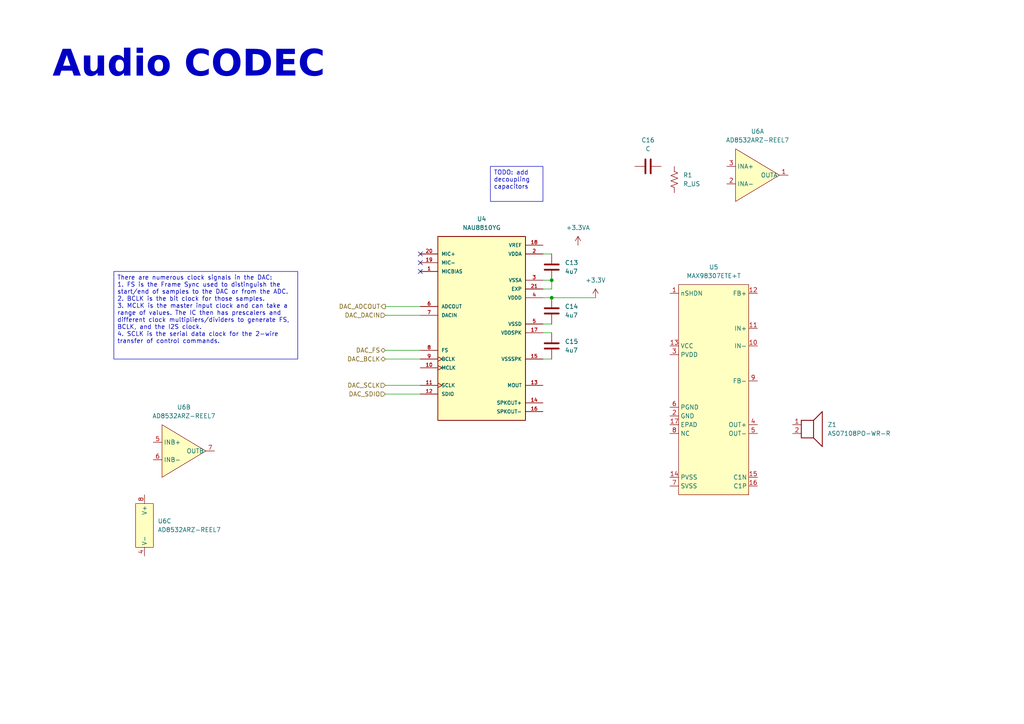
<source format=kicad_sch>
(kicad_sch (version 20230121) (generator eeschema)
  (paper "A4")
  (lib_symbols
    (symbol "Amplifiers:AD8532"
      (property "Reference" "U" (at 0 0 0))
      (property "Value" "AD8532ARZ-REEL7" (at 0 0 0))
      (symbol "AD8532_1_0"
        (pin passive line (at 15.24 7.62 180) (length 2.54) (name "OUTA") (number "1"))
        (pin passive line (at -2.54 5.08 0) (length 2.54) (name "INA-") (number "2"))
        (pin passive line (at -2.54 10.16 0) (length 2.54) (name "INA+") (number "3"))
      )
      (symbol "AD8532_1_1"
        (polyline (pts (xy 0 0) (xy 12.7 7.62) (xy 0 15.24) (xy 0 0)) (fill (type background)))
      )
      (symbol "AD8532_2_0"
        (pin passive line (at -2.54 10.16 0) (length 2.54) (name "INB+") (number "5"))
        (pin passive line (at -2.54 5.08 0) (length 2.54) (name "INB-") (number "6"))
        (pin passive line (at 15.24 7.62 180) (length 2.54) (name "OUTB") (number "7"))
      )
      (symbol "AD8532_2_1"
        (polyline (pts (xy 0 0) (xy 12.7 7.62) (xy 0 15.24) (xy 0 0)) (fill (type background)))
      )
      (symbol "AD8532_3_0"
        (pin passive line (at 2.54 -2.54 90) (length 2.54) (name "V-") (number "4"))
        (pin passive line (at 2.54 15.24 270) (length 2.54) (name "V+") (number "8"))
      )
      (symbol "AD8532_3_1"
        (rectangle (start 0 12.7) (end 5.08 0) (fill (type background)))
      )
    )
    (symbol "Amplifiers:MAX98307ETE+T"
      (property "Reference" "U" (at 0 2.54 0))
      (property "Value" "MAX98307ETE+T" (at 0 2.54 0))
      (symbol "MAX98307ETE+T_0_0"
        (pin passive line (at -2.54 58.42 0) (length 2.54) (name "nSHDN") (number "1"))
        (pin passive line (at 22.86 43.18 180) (length 2.54) (name "IN-") (number "10"))
        (pin passive line (at 22.86 48.26 180) (length 2.54) (name "IN+") (number "11"))
        (pin passive line (at 22.86 58.42 180) (length 2.54) (name "FB+") (number "12"))
        (pin passive line (at -2.54 43.18 0) (length 2.54) (name "VCC") (number "13"))
        (pin passive line (at -2.54 5.08 0) (length 2.54) (name "PVSS") (number "14"))
        (pin passive line (at 22.86 5.08 180) (length 2.54) (name "C1N") (number "15"))
        (pin passive line (at 22.86 2.54 180) (length 2.54) (name "C1P") (number "16"))
        (pin passive line (at -2.54 20.32 0) (length 2.54) (name "EPAD") (number "17"))
        (pin passive line (at -2.54 22.86 0) (length 2.54) (name "GND") (number "2"))
        (pin passive line (at -2.54 40.64 0) (length 2.54) (name "PVDD") (number "3"))
        (pin passive line (at 22.86 20.32 180) (length 2.54) (name "OUT+") (number "4"))
        (pin passive line (at 22.86 17.78 180) (length 2.54) (name "OUT-") (number "5"))
        (pin passive line (at -2.54 25.4 0) (length 2.54) (name "PGND") (number "6"))
        (pin passive line (at -2.54 2.54 0) (length 2.54) (name "SVSS") (number "7"))
        (pin passive line (at -2.54 17.78 0) (length 2.54) (name "NC") (number "8"))
        (pin passive line (at 22.86 33.02 180) (length 2.54) (name "FB-") (number "9"))
      )
      (symbol "MAX98307ETE+T_1_1"
        (rectangle (start 0 60.96) (end 20.32 0) (fill (type background)))
      )
    )
    (symbol "Device:C" (pin_numbers hide) (pin_names (offset 0.254))
      (property "Reference" "C" (at 0.635 2.54 0))
      (property "Value" "C" (at 0.635 -2.54 0))
      (symbol "C_0_1"
        (polyline (pts (xy -2.032 -0.762) (xy 2.032 -0.762)) (stroke (width 0.508)))
        (polyline (pts (xy -2.032 0.762) (xy 2.032 0.762)) (stroke (width 0.508)))
      )
      (symbol "C_1_1"
        (pin passive line (at 0 3.81 270) (length 2.794) (name "~") (number "1"))
        (pin passive line (at 0 -3.81 90) (length 2.794) (name "~") (number "2"))
      )
    )
    (symbol "Device:R_US" (pin_numbers hide) (pin_names (offset 0))
      (property "Reference" "R" (at 2.54 0 90))
      (property "Value" "R_US" (at -2.54 0 90))
      (symbol "R_US_0_1"
        (polyline (pts (xy 0 -2.286) (xy 0 -2.54)))
        (polyline (pts (xy 0 2.286) (xy 0 2.54)))
        (polyline (pts (xy 0 -0.762) (xy 1.016 -1.143) (xy 0 -1.524) (xy -1.016 -1.905) (xy 0 -2.286)))
        (polyline (pts (xy 0 0.762) (xy 1.016 0.381) (xy 0 0) (xy -1.016 -0.381) (xy 0 -0.762)))
        (polyline (pts (xy 0 2.286) (xy 1.016 1.905) (xy 0 1.524) (xy -1.016 1.143) (xy 0 0.762)))
      )
      (symbol "R_US_1_1"
        (pin passive line (at 0 3.81 270) (length 1.27) (name "~") (number "1"))
        (pin passive line (at 0 -3.81 90) (length 1.27) (name "~") (number "2"))
      )
    )
    (symbol "Device:Speaker" (pin_names (offset 0) hide)
      (property "Reference" "LS" (at 1.27 5.715 0))
      (property "Value" "Speaker" (at 1.27 3.81 0))
      (symbol "Speaker_0_0"
        (rectangle (start -2.54 1.27) (end 1.016 -3.81) (stroke (width 0.254)))
        (polyline (pts (xy 1.016 1.27) (xy 3.556 3.81) (xy 3.556 -6.35) (xy 1.016 -3.81)) (stroke (width 0.254)))
      )
      (symbol "Speaker_1_1"
        (pin input line (at -5.08 0 0) (length 2.54) (name "1") (number "1"))
        (pin input line (at -5.08 -2.54 0) (length 2.54) (name "2") (number "2"))
      )
    )
    (symbol "NAU8810YG:NAU8810YG" (pin_names (offset 1.016))
      (property "Reference" "U" (at -12.7 26.67 0))
      (property "Value" "NAU8810YG" (at -12.7 -29.21 0))
      (symbol "NAU8810YG_0_0"
        (rectangle (start -12.7 -27.94) (end 12.7 25.4) (stroke (width 0.254)) (fill (type background)))
        (pin output line (at -17.78 15.24 0) (length 5.08) (name "MICBIAS") (number "1"))
        (pin input clock (at -17.78 -12.7 0) (length 5.08) (name "MCLK") (number "10"))
        (pin input clock (at -17.78 -17.78 0) (length 5.08) (name "SCLK") (number "11"))
        (pin bidirectional line (at -17.78 -20.32 0) (length 5.08) (name "SDIO") (number "12"))
        (pin output line (at 17.78 -17.78 180) (length 5.08) (name "MOUT") (number "13"))
        (pin output line (at 17.78 -22.86 180) (length 5.08) (name "SPKOUT+") (number "14"))
        (pin power_in line (at 17.78 -10.16 180) (length 5.08) (name "VSSSPK") (number "15"))
        (pin output line (at 17.78 -25.4 180) (length 5.08) (name "SPKOUT-") (number "16"))
        (pin power_in line (at 17.78 -2.54 180) (length 5.08) (name "VDDSPK") (number "17"))
        (pin output line (at 17.78 22.86 180) (length 5.08) (name "VREF") (number "18"))
        (pin input line (at -17.78 17.78 0) (length 5.08) (name "MIC-") (number "19"))
        (pin power_in line (at 17.78 20.32 180) (length 5.08) (name "VDDA") (number "2"))
        (pin input line (at -17.78 20.32 0) (length 5.08) (name "MIC+") (number "20"))
        (pin passive line (at 17.78 10.16 180) (length 5.08) (name "EXP") (number "21"))
        (pin power_in line (at 17.78 12.7 180) (length 5.08) (name "VSSA") (number "3"))
        (pin power_in line (at 17.78 7.62 180) (length 5.08) (name "VDDD") (number "4"))
        (pin power_in line (at 17.78 0 180) (length 5.08) (name "VSSD") (number "5"))
        (pin output line (at -17.78 5.08 0) (length 5.08) (name "ADCOUT") (number "6"))
        (pin input line (at -17.78 2.54 0) (length 5.08) (name "DACIN") (number "7"))
        (pin bidirectional line (at -17.78 -7.62 0) (length 5.08) (name "FS") (number "8"))
        (pin bidirectional clock (at -17.78 -10.16 0) (length 5.08) (name "BCLK") (number "9"))
      )
    )
    (symbol "power:+3.3V" (power) (pin_names (offset 0))
      (property "Value" "+3.3V" (at 0 3.556 0))
      (symbol "+3.3V_0_1"
        (polyline (pts (xy -0.762 1.27) (xy 0 2.54)))
        (polyline (pts (xy 0 0) (xy 0 2.54)))
        (polyline (pts (xy 0 2.54) (xy 0.762 1.27)))
      )
      (symbol "+3.3V_1_1"
        (pin power_in line (at 0 0 90) (length 0) hide (name "+3.3V") (number "1"))
      )
    )
    (symbol "power:+3.3VA" (power) (pin_names (offset 0))
      (property "Value" "+3.3VA" (at 0 3.556 0))
      (symbol "+3.3VA_0_1"
        (polyline (pts (xy -0.762 1.27) (xy 0 2.54)))
        (polyline (pts (xy 0 0) (xy 0 2.54)))
        (polyline (pts (xy 0 2.54) (xy 0.762 1.27)))
      )
      (symbol "+3.3VA_1_1"
        (pin power_in line (at 0 0 90) (length 0) hide (name "+3.3VA") (number "1"))
      )
    )
  )
  (junction (at 160.02 86.36))
  (junction (at 160.02 81.28))
  (no_connect (at 121.92 73.66))
  (no_connect (at 121.92 76.2))
  (no_connect (at 121.92 78.74))
  (wire (pts (xy 111.76 111.76) (xy 121.92 111.76)))
  (wire (pts (xy 160.02 86.36) (xy 172.72 86.36)))
  (wire (pts (xy 157.48 86.36) (xy 160.02 86.36)))
  (wire (pts (xy 111.76 91.44) (xy 121.92 91.44)))
  (wire (pts (xy 111.76 104.14) (xy 121.92 104.14)))
  (wire (pts (xy 111.76 88.9) (xy 121.92 88.9)))
  (wire (pts (xy 160.02 83.82) (xy 160.02 81.28)))
  (wire (pts (xy 160.02 73.66) (xy 157.48 73.66)))
  (wire (pts (xy 157.48 104.14) (xy 160.02 104.14)))
  (wire (pts (xy 111.76 114.3) (xy 121.92 114.3)))
  (wire (pts (xy 160.02 81.28) (xy 157.48 81.28)))
  (wire (pts (xy 157.48 96.52) (xy 160.02 96.52)))
  (wire (pts (xy 111.76 101.6) (xy 121.92 101.6)))
  (wire (pts (xy 157.48 93.98) (xy 160.02 93.98)))
  (wire (pts (xy 157.48 83.82) (xy 160.02 83.82)))
  (text_box "TODO: add decoupling capacitors\n" (at 142.24 48.26 0) (size 15.24 10.16) (effects (font (size 1.27 1.27)) (justify left top)))
  (text_box "There are numerous clock signals in the DAC:\n1. FS is the Frame Sync used to distinguish the start/end of samples to the DAC or from the ADC.\n2. BCLK is the bit clock for those samples.\n3. MCLK is the master input clock and can take a range of values. The IC then has prescalers and different clock multipliers/dividers to generate FS, BCLK, and the I2S clock.\n4. SCLK is the serial data clock for the 2-wire transfer of control commands." (at 33.02 78.74 0) (size 53.34 25.4) (effects (font (size 1.27 1.27)) (justify left top)))
  (text "Audio CODEC" (at 15.24 25.4 0) (effects (font (size 7.62 7.62) (thickness 1.524) bold) (justify left bottom)))
  (hierarchical_label "DAC_SDIO" (shape input) (at 111.76 114.3 180))
  (hierarchical_label "DAC_ADCOUT" (shape output) (at 111.76 88.9 180))
  (hierarchical_label "DAC_BCLK" (shape bidirectional) (at 111.76 104.14 180))
  (hierarchical_label "DAC_SCLK" (shape input) (at 111.76 111.76 180))
  (hierarchical_label "DAC_FS" (shape bidirectional) (at 111.76 101.6 180))
  (hierarchical_label "DAC_DACIN" (shape input) (at 111.76 91.44 180))
  (symbol (lib_id "power:+3.3VA") (at 167.64 71.12 0) (unit 1)
    (property "Reference" "#PWR015" (effects hide))
    (property "Value" "+3.3VA" (at 167.64 66.04 0))
  )
  (symbol (lib_id "Amplifiers:AD8532") (at 46.99 138.43 0) (unit 2)
    (property "Reference" "U6" (at 53.34 118.11 0))
    (property "Value" "AD8532ARZ-REEL7" (at 53.34 120.65 0))
    (property "Datasheet" "https://www.digikey.ca/en/products/detail/analog-devices-inc/AD8532ARZ-REEL7/654051" (effects hide))
  )
  (symbol (lib_id "Amplifiers:MAX98307ETE+T") (at 196.85 143.51 0) (unit 1)
    (property "Reference" "U5" (at 207.01 77.47 0))
    (property "Value" "MAX98307ETE+T" (at 207.01 80.01 0))
    (property "Datasheet" "https://www.digikey.com/en/products/detail/analog-devices-inc-maxim-integrated/MAX98307ETE-T/2708796" (effects hide))
  )
  (symbol (lib_id "Device:C") (at 160.02 100.33 0) (unit 1)
    (property "Reference" "C15" (at 163.83 99.06 0) (effects (justify left)))
    (property "Value" "4u7" (at 163.83 101.6 0) (effects (justify left)))
  )
  (symbol (lib_id "Device:Speaker") (at 234.95 123.19 0) (unit 1)
    (property "Reference" "Z1" (at 240.03 123.19 0) (effects (justify left)))
    (property "Value" "AS07108PO-WR-R" (at 240.03 125.73 0) (effects (justify left)))
    (property "Datasheet" "https://www.digikey.com/en/products/detail/pui-audio-inc/AS07108PO-WR-R/1464864" (effects hide))
  )
  (symbol (lib_id "Device:R_US") (at 195.58 52.07 0) (unit 1)
    (property "Reference" "R1" (at 198.12 50.8 0) (effects (justify left)))
    (property "Value" "R_US" (at 198.12 53.34 0) (effects (justify left)))
  )
  (symbol (lib_id "Device:C") (at 160.02 77.47 0) (unit 1)
    (property "Reference" "C13" (at 163.83 76.2 0) (effects (justify left)))
    (property "Value" "4u7" (at 163.83 78.74 0) (effects (justify left)))
  )
  (symbol (lib_id "Amplifiers:AD8532") (at 213.36 58.42 0) (unit 1)
    (property "Reference" "U6" (at 219.71 38.1 0))
    (property "Value" "AD8532ARZ-REEL7" (at 219.71 40.64 0))
    (property "Datasheet" "https://www.digikey.ca/en/products/detail/analog-devices-inc/AD8532ARZ-REEL7/654051" (effects hide))
  )
  (symbol (lib_id "Device:C") (at 160.02 90.17 0) (unit 1)
    (property "Reference" "C14" (at 163.83 88.9 0) (effects (justify left)))
    (property "Value" "4u7" (at 163.83 91.44 0) (effects (justify left)))
  )
  (symbol (lib_id "Amplifiers:AD8532") (at 39.37 158.75 0) (unit 3)
    (property "Reference" "U6" (at 45.72 151.13 0) (effects (justify left)))
    (property "Value" "AD8532ARZ-REEL7" (at 45.72 153.67 0) (effects (justify left)))
    (property "Datasheet" "https://www.digikey.ca/en/products/detail/analog-devices-inc/AD8532ARZ-REEL7/654051" (effects hide))
  )
  (symbol (lib_id "power:+3.3V") (at 172.72 86.36 0) (unit 1)
    (property "Reference" "#PWR014" (effects hide))
    (property "Value" "+3.3V" (at 172.72 81.28 0))
  )
  (symbol (lib_id "Device:C") (at 187.96 48.26 270) (unit 1)
    (property "Reference" "C16" (at 187.96 40.64 90))
    (property "Value" "C" (at 187.96 43.18 90))
  )
  (symbol (lib_id "NAU8810YG:NAU8810YG") (at 139.7 93.98 0) (unit 1)
    (property "Reference" "U4" (at 139.7 63.5 0))
    (property "Value" "NAU8810YG" (at 139.7 66.04 0))
    (property "Footprint" "NAU8810YG:QFN50P400X400X80-21N" (effects hide))
    (property "Datasheet" "https://www.digikey.com/en/products/detail/nuvoton-technology-corporation/NAU8810YG/4271435" (effects hide))
    (property "PARTREV" "2.8" (effects hide))
    (property "STANDARD" "IPC 7351B" (effects hide))
    (property "SNAPEDA_PN" "NAU8810YG" (effects hide))
    (property "MAXIMUM_PACKAGE_HEIGHT" "0.8 mm" (effects hide))
    (property "MANUFACTURER" "Nuvoton Technology Corporation of America" (effects hide))
  )
)
</source>
